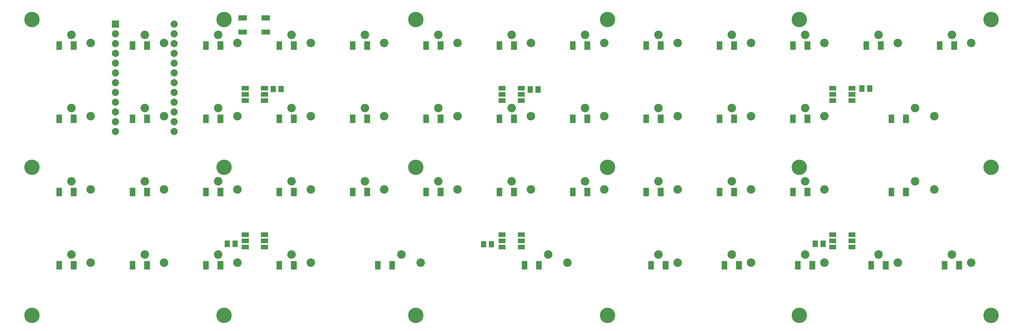
<source format=gbs>
G04 Layer: BottomSolderMaskLayer*
G04 EasyEDA v6.3.22, 2020-02-17T18:37:01+01:00*
G04 8ef9b12feb67497680a1b9269dc6658d,26ee6207a3b842de9ca16fdba9f4f307,10*
G04 Gerber Generator version 0.2*
G04 Scale: 100 percent, Rotated: No, Reflected: No *
G04 Dimensions in millimeters *
G04 leading zeros omitted , absolute positions ,3 integer and 3 decimal *
%FSLAX33Y33*%
%MOMM*%
G90*
G71D02*

%ADD26C,1.854200*%
%ADD28C,2.203196*%
%ADD29C,4.000017*%

%LPD*%
G54D26*
G01X24638Y50869D03*
G01X24638Y53409D03*
G01X24638Y55949D03*
G01X24638Y58489D03*
G01X24638Y61029D03*
G01X24638Y63569D03*
G01X24638Y66109D03*
G01X24638Y68649D03*
G01X24638Y71189D03*
G01X24638Y73729D03*
G01X24638Y76269D03*
G36*
G01X23710Y77881D02*
G01X23710Y79736D01*
G01X25565Y79736D01*
G01X25565Y77881D01*
G01X23710Y77881D01*
G37*
G01X39878Y78809D03*
G01X39878Y76269D03*
G01X39878Y73729D03*
G01X39878Y71189D03*
G01X39878Y68649D03*
G01X39878Y66109D03*
G01X39878Y63569D03*
G01X39878Y61029D03*
G01X39878Y58489D03*
G01X39878Y55949D03*
G01X39878Y53409D03*
G01X39878Y50869D03*
G54D28*
G01X13200Y75973D03*
G01X18200Y73874D03*
G01X32250Y75973D03*
G01X37250Y73874D03*
G01X51300Y75973D03*
G01X56300Y73874D03*
G01X70350Y75973D03*
G01X75350Y73874D03*
G01X89400Y75973D03*
G01X94400Y73874D03*
G01X108450Y75973D03*
G01X113450Y73874D03*
G01X127500Y75973D03*
G01X132500Y73874D03*
G01X146550Y75973D03*
G01X151550Y73874D03*
G01X165600Y75973D03*
G01X170600Y73874D03*
G01X184650Y75973D03*
G01X189650Y73874D03*
G01X203700Y75973D03*
G01X208700Y73874D03*
G01X222750Y75973D03*
G01X227750Y73874D03*
G01X241800Y75973D03*
G01X246800Y73874D03*
G01X13200Y56923D03*
G01X18200Y54824D03*
G01X32250Y56923D03*
G01X37250Y54824D03*
G01X51300Y56923D03*
G01X56300Y54824D03*
G01X70350Y56923D03*
G01X75350Y54824D03*
G01X89400Y56923D03*
G01X94400Y54824D03*
G01X108450Y56923D03*
G01X113450Y54824D03*
G01X127500Y56923D03*
G01X132500Y54824D03*
G01X146550Y56923D03*
G01X151550Y54824D03*
G01X165600Y56923D03*
G01X170600Y54824D03*
G01X184650Y56923D03*
G01X189650Y54824D03*
G01X203700Y56923D03*
G01X208700Y54824D03*
G01X13200Y37873D03*
G01X18200Y35774D03*
G01X32250Y37873D03*
G01X37250Y35774D03*
G01X51300Y37873D03*
G01X56300Y35774D03*
G01X70350Y37873D03*
G01X75350Y35774D03*
G01X89400Y37873D03*
G01X94400Y35774D03*
G01X108450Y37873D03*
G01X113450Y35774D03*
G01X127500Y37873D03*
G01X132500Y35774D03*
G01X146550Y37873D03*
G01X151550Y35774D03*
G01X165600Y37873D03*
G01X170600Y35774D03*
G01X184650Y37873D03*
G01X189650Y35774D03*
G01X203700Y37873D03*
G01X208700Y35774D03*
G01X13200Y18823D03*
G01X18200Y16724D03*
G01X32250Y18823D03*
G01X37250Y16724D03*
G01X51300Y18823D03*
G01X56300Y16724D03*
G01X70350Y18823D03*
G01X75350Y16724D03*
G01X165600Y18823D03*
G01X170600Y16724D03*
G01X184650Y18823D03*
G01X189650Y16724D03*
G01X203700Y18823D03*
G01X208700Y16724D03*
G01X222750Y18823D03*
G01X227750Y16724D03*
G01X241800Y18823D03*
G01X246800Y16724D03*
G01X232275Y56923D03*
G01X237275Y54824D03*
G01X232275Y37873D03*
G01X237275Y35774D03*
G01X98925Y18823D03*
G01X103925Y16724D03*
G01X137025Y18823D03*
G01X142025Y16724D03*
G54D29*
G01X2999Y80000D03*
G01X52798Y80000D03*
G01X102600Y80000D03*
G01X152400Y80000D03*
G01X202199Y80000D03*
G01X252001Y80000D03*
G01X2999Y41498D03*
G01X52798Y41498D03*
G01X102600Y41498D03*
G01X152400Y41498D03*
G01X202199Y41498D03*
G01X252001Y41498D03*
G01X2999Y3000D03*
G01X52798Y3000D03*
G01X102600Y3000D03*
G01X152400Y3000D03*
G01X202199Y3000D03*
G01X252001Y3000D03*
G36*
G01X242948Y14948D02*
G01X242948Y17150D01*
G01X244401Y17150D01*
G01X244401Y14948D01*
G01X242948Y14948D01*
G37*
G36*
G01X239199Y14948D02*
G01X239199Y17150D01*
G01X240652Y17150D01*
G01X240652Y14948D01*
G01X239199Y14948D01*
G37*
G36*
G01X223898Y14948D02*
G01X223898Y17150D01*
G01X225351Y17150D01*
G01X225351Y14948D01*
G01X223898Y14948D01*
G37*
G36*
G01X220149Y14948D02*
G01X220149Y17150D01*
G01X221602Y17150D01*
G01X221602Y14948D01*
G01X220149Y14948D01*
G37*
G36*
G01X204848Y14948D02*
G01X204848Y17150D01*
G01X206301Y17150D01*
G01X206301Y14948D01*
G01X204848Y14948D01*
G37*
G36*
G01X201099Y14948D02*
G01X201099Y17150D01*
G01X202552Y17150D01*
G01X202552Y14948D01*
G01X201099Y14948D01*
G37*
G36*
G01X185798Y14948D02*
G01X185798Y17150D01*
G01X187251Y17150D01*
G01X187251Y14948D01*
G01X185798Y14948D01*
G37*
G36*
G01X182049Y14948D02*
G01X182049Y17150D01*
G01X183502Y17150D01*
G01X183502Y14948D01*
G01X182049Y14948D01*
G37*
G36*
G01X166748Y14948D02*
G01X166748Y17150D01*
G01X168201Y17150D01*
G01X168201Y14948D01*
G01X166748Y14948D01*
G37*
G36*
G01X162999Y14948D02*
G01X162999Y17150D01*
G01X164452Y17150D01*
G01X164452Y14948D01*
G01X162999Y14948D01*
G37*
G36*
G01X133863Y14968D02*
G01X133863Y17173D01*
G01X135315Y17173D01*
G01X135315Y14968D01*
G01X133863Y14968D01*
G37*
G36*
G01X130114Y14968D02*
G01X130114Y17173D01*
G01X131566Y17173D01*
G01X131566Y14968D01*
G01X130114Y14968D01*
G37*
G36*
G01X95763Y14968D02*
G01X95763Y17173D01*
G01X97215Y17173D01*
G01X97215Y14968D01*
G01X95763Y14968D01*
G37*
G36*
G01X92014Y14968D02*
G01X92014Y17173D01*
G01X93466Y17173D01*
G01X93466Y14968D01*
G01X92014Y14968D01*
G37*
G36*
G01X70238Y14948D02*
G01X70238Y17150D01*
G01X71691Y17150D01*
G01X71691Y14948D01*
G01X70238Y14948D01*
G37*
G36*
G01X66489Y14948D02*
G01X66489Y17150D01*
G01X67942Y17150D01*
G01X67942Y14948D01*
G01X66489Y14948D01*
G37*
G36*
G01X51188Y14948D02*
G01X51188Y17150D01*
G01X52641Y17150D01*
G01X52641Y14948D01*
G01X51188Y14948D01*
G37*
G36*
G01X47439Y14948D02*
G01X47439Y17150D01*
G01X48892Y17150D01*
G01X48892Y14948D01*
G01X47439Y14948D01*
G37*
G36*
G01X32138Y14948D02*
G01X32138Y17150D01*
G01X33591Y17150D01*
G01X33591Y14948D01*
G01X32138Y14948D01*
G37*
G36*
G01X28389Y14948D02*
G01X28389Y17150D01*
G01X29842Y17150D01*
G01X29842Y14948D01*
G01X28389Y14948D01*
G37*
G36*
G01X13088Y14948D02*
G01X13088Y17150D01*
G01X14541Y17150D01*
G01X14541Y14948D01*
G01X13088Y14948D01*
G37*
G36*
G01X9339Y14948D02*
G01X9339Y17150D01*
G01X10792Y17150D01*
G01X10792Y14948D01*
G01X9339Y14948D01*
G37*
G36*
G01X229148Y33998D02*
G01X229148Y36200D01*
G01X230601Y36200D01*
G01X230601Y33998D01*
G01X229148Y33998D01*
G37*
G36*
G01X225399Y33998D02*
G01X225399Y36200D01*
G01X226852Y36200D01*
G01X226852Y33998D01*
G01X225399Y33998D01*
G37*
G36*
G01X203588Y33998D02*
G01X203588Y36200D01*
G01X205041Y36200D01*
G01X205041Y33998D01*
G01X203588Y33998D01*
G37*
G36*
G01X199839Y33998D02*
G01X199839Y36200D01*
G01X201292Y36200D01*
G01X201292Y33998D01*
G01X199839Y33998D01*
G37*
G36*
G01X184538Y33998D02*
G01X184538Y36200D01*
G01X185991Y36200D01*
G01X185991Y33998D01*
G01X184538Y33998D01*
G37*
G36*
G01X180789Y33998D02*
G01X180789Y36200D01*
G01X182242Y36200D01*
G01X182242Y33998D01*
G01X180789Y33998D01*
G37*
G36*
G01X165488Y33998D02*
G01X165488Y36200D01*
G01X166941Y36200D01*
G01X166941Y33998D01*
G01X165488Y33998D01*
G37*
G36*
G01X161739Y33998D02*
G01X161739Y36200D01*
G01X163192Y36200D01*
G01X163192Y33998D01*
G01X161739Y33998D01*
G37*
G36*
G01X146438Y33998D02*
G01X146438Y36200D01*
G01X147891Y36200D01*
G01X147891Y33998D01*
G01X146438Y33998D01*
G37*
G36*
G01X142689Y33998D02*
G01X142689Y36200D01*
G01X144142Y36200D01*
G01X144142Y33998D01*
G01X142689Y33998D01*
G37*
G36*
G01X127388Y33998D02*
G01X127388Y36200D01*
G01X128841Y36200D01*
G01X128841Y33998D01*
G01X127388Y33998D01*
G37*
G36*
G01X123639Y33998D02*
G01X123639Y36200D01*
G01X125092Y36200D01*
G01X125092Y33998D01*
G01X123639Y33998D01*
G37*
G36*
G01X108338Y33998D02*
G01X108338Y36200D01*
G01X109791Y36200D01*
G01X109791Y33998D01*
G01X108338Y33998D01*
G37*
G36*
G01X104589Y33998D02*
G01X104589Y36200D01*
G01X106042Y36200D01*
G01X106042Y33998D01*
G01X104589Y33998D01*
G37*
G36*
G01X89288Y33998D02*
G01X89288Y36200D01*
G01X90741Y36200D01*
G01X90741Y33998D01*
G01X89288Y33998D01*
G37*
G36*
G01X85539Y33998D02*
G01X85539Y36200D01*
G01X86992Y36200D01*
G01X86992Y33998D01*
G01X85539Y33998D01*
G37*
G36*
G01X70238Y33998D02*
G01X70238Y36200D01*
G01X71691Y36200D01*
G01X71691Y33998D01*
G01X70238Y33998D01*
G37*
G36*
G01X66489Y33998D02*
G01X66489Y36200D01*
G01X67942Y36200D01*
G01X67942Y33998D01*
G01X66489Y33998D01*
G37*
G36*
G01X51188Y33998D02*
G01X51188Y36200D01*
G01X52641Y36200D01*
G01X52641Y33998D01*
G01X51188Y33998D01*
G37*
G36*
G01X47439Y33998D02*
G01X47439Y36200D01*
G01X48892Y36200D01*
G01X48892Y33998D01*
G01X47439Y33998D01*
G37*
G36*
G01X32138Y33998D02*
G01X32138Y36200D01*
G01X33591Y36200D01*
G01X33591Y33998D01*
G01X32138Y33998D01*
G37*
G36*
G01X28389Y33998D02*
G01X28389Y36200D01*
G01X29842Y36200D01*
G01X29842Y33998D01*
G01X28389Y33998D01*
G37*
G36*
G01X13088Y33998D02*
G01X13088Y36200D01*
G01X14541Y36200D01*
G01X14541Y33998D01*
G01X13088Y33998D01*
G37*
G36*
G01X9339Y33998D02*
G01X9339Y36200D01*
G01X10792Y36200D01*
G01X10792Y33998D01*
G01X9339Y33998D01*
G37*
G36*
G01X229148Y53048D02*
G01X229148Y55250D01*
G01X230601Y55250D01*
G01X230601Y53048D01*
G01X229148Y53048D01*
G37*
G36*
G01X225399Y53048D02*
G01X225399Y55250D01*
G01X226852Y55250D01*
G01X226852Y53048D01*
G01X225399Y53048D01*
G37*
G36*
G01X203588Y53048D02*
G01X203588Y55250D01*
G01X205041Y55250D01*
G01X205041Y53048D01*
G01X203588Y53048D01*
G37*
G36*
G01X199839Y53048D02*
G01X199839Y55250D01*
G01X201292Y55250D01*
G01X201292Y53048D01*
G01X199839Y53048D01*
G37*
G36*
G01X184538Y53048D02*
G01X184538Y55250D01*
G01X185991Y55250D01*
G01X185991Y53048D01*
G01X184538Y53048D01*
G37*
G36*
G01X180789Y53048D02*
G01X180789Y55250D01*
G01X182242Y55250D01*
G01X182242Y53048D01*
G01X180789Y53048D01*
G37*
G36*
G01X165488Y53048D02*
G01X165488Y55250D01*
G01X166941Y55250D01*
G01X166941Y53048D01*
G01X165488Y53048D01*
G37*
G36*
G01X161739Y53048D02*
G01X161739Y55250D01*
G01X163192Y55250D01*
G01X163192Y53048D01*
G01X161739Y53048D01*
G37*
G36*
G01X146438Y53048D02*
G01X146438Y55250D01*
G01X147891Y55250D01*
G01X147891Y53048D01*
G01X146438Y53048D01*
G37*
G36*
G01X142689Y53048D02*
G01X142689Y55250D01*
G01X144142Y55250D01*
G01X144142Y53048D01*
G01X142689Y53048D01*
G37*
G36*
G01X127388Y53048D02*
G01X127388Y55250D01*
G01X128841Y55250D01*
G01X128841Y53048D01*
G01X127388Y53048D01*
G37*
G36*
G01X123639Y53048D02*
G01X123639Y55250D01*
G01X125092Y55250D01*
G01X125092Y53048D01*
G01X123639Y53048D01*
G37*
G36*
G01X108338Y53048D02*
G01X108338Y55250D01*
G01X109791Y55250D01*
G01X109791Y53048D01*
G01X108338Y53048D01*
G37*
G36*
G01X104589Y53048D02*
G01X104589Y55250D01*
G01X106042Y55250D01*
G01X106042Y53048D01*
G01X104589Y53048D01*
G37*
G36*
G01X89288Y53048D02*
G01X89288Y55250D01*
G01X90741Y55250D01*
G01X90741Y53048D01*
G01X89288Y53048D01*
G37*
G36*
G01X85539Y53048D02*
G01X85539Y55250D01*
G01X86992Y55250D01*
G01X86992Y53048D01*
G01X85539Y53048D01*
G37*
G36*
G01X70238Y53048D02*
G01X70238Y55250D01*
G01X71691Y55250D01*
G01X71691Y53048D01*
G01X70238Y53048D01*
G37*
G36*
G01X66489Y53048D02*
G01X66489Y55250D01*
G01X67942Y55250D01*
G01X67942Y53048D01*
G01X66489Y53048D01*
G37*
G36*
G01X51188Y53048D02*
G01X51188Y55250D01*
G01X52641Y55250D01*
G01X52641Y53048D01*
G01X51188Y53048D01*
G37*
G36*
G01X47439Y53048D02*
G01X47439Y55250D01*
G01X48892Y55250D01*
G01X48892Y53048D01*
G01X47439Y53048D01*
G37*
G36*
G01X32138Y53048D02*
G01X32138Y55250D01*
G01X33591Y55250D01*
G01X33591Y53048D01*
G01X32138Y53048D01*
G37*
G36*
G01X28389Y53048D02*
G01X28389Y55250D01*
G01X29842Y55250D01*
G01X29842Y53048D01*
G01X28389Y53048D01*
G37*
G36*
G01X13088Y53048D02*
G01X13088Y55250D01*
G01X14541Y55250D01*
G01X14541Y53048D01*
G01X13088Y53048D01*
G37*
G36*
G01X9339Y53048D02*
G01X9339Y55250D01*
G01X10792Y55250D01*
G01X10792Y53048D01*
G01X9339Y53048D01*
G37*
G36*
G01X241688Y72098D02*
G01X241688Y74300D01*
G01X243141Y74300D01*
G01X243141Y72098D01*
G01X241688Y72098D01*
G37*
G36*
G01X237939Y72098D02*
G01X237939Y74300D01*
G01X239392Y74300D01*
G01X239392Y72098D01*
G01X237939Y72098D01*
G37*
G36*
G01X222638Y72098D02*
G01X222638Y74300D01*
G01X224091Y74300D01*
G01X224091Y72098D01*
G01X222638Y72098D01*
G37*
G36*
G01X218889Y72098D02*
G01X218889Y74300D01*
G01X220342Y74300D01*
G01X220342Y72098D01*
G01X218889Y72098D01*
G37*
G36*
G01X203588Y72098D02*
G01X203588Y74300D01*
G01X205041Y74300D01*
G01X205041Y72098D01*
G01X203588Y72098D01*
G37*
G36*
G01X199839Y72098D02*
G01X199839Y74300D01*
G01X201292Y74300D01*
G01X201292Y72098D01*
G01X199839Y72098D01*
G37*
G36*
G01X184538Y72098D02*
G01X184538Y74300D01*
G01X185991Y74300D01*
G01X185991Y72098D01*
G01X184538Y72098D01*
G37*
G36*
G01X180789Y72098D02*
G01X180789Y74300D01*
G01X182242Y74300D01*
G01X182242Y72098D01*
G01X180789Y72098D01*
G37*
G36*
G01X165488Y72098D02*
G01X165488Y74300D01*
G01X166941Y74300D01*
G01X166941Y72098D01*
G01X165488Y72098D01*
G37*
G36*
G01X161739Y72098D02*
G01X161739Y74300D01*
G01X163192Y74300D01*
G01X163192Y72098D01*
G01X161739Y72098D01*
G37*
G36*
G01X146438Y72098D02*
G01X146438Y74300D01*
G01X147891Y74300D01*
G01X147891Y72098D01*
G01X146438Y72098D01*
G37*
G36*
G01X142689Y72098D02*
G01X142689Y74300D01*
G01X144142Y74300D01*
G01X144142Y72098D01*
G01X142689Y72098D01*
G37*
G36*
G01X127388Y72098D02*
G01X127388Y74300D01*
G01X128841Y74300D01*
G01X128841Y72098D01*
G01X127388Y72098D01*
G37*
G36*
G01X123639Y72098D02*
G01X123639Y74300D01*
G01X125092Y74300D01*
G01X125092Y72098D01*
G01X123639Y72098D01*
G37*
G36*
G01X108338Y72098D02*
G01X108338Y74300D01*
G01X109791Y74300D01*
G01X109791Y72098D01*
G01X108338Y72098D01*
G37*
G36*
G01X104589Y72098D02*
G01X104589Y74300D01*
G01X106042Y74300D01*
G01X106042Y72098D01*
G01X104589Y72098D01*
G37*
G36*
G01X89288Y72098D02*
G01X89288Y74300D01*
G01X90741Y74300D01*
G01X90741Y72098D01*
G01X89288Y72098D01*
G37*
G36*
G01X85539Y72098D02*
G01X85539Y74300D01*
G01X86992Y74300D01*
G01X86992Y72098D01*
G01X85539Y72098D01*
G37*
G36*
G01X70238Y72098D02*
G01X70238Y74300D01*
G01X71691Y74300D01*
G01X71691Y72098D01*
G01X70238Y72098D01*
G37*
G36*
G01X66489Y72098D02*
G01X66489Y74300D01*
G01X67942Y74300D01*
G01X67942Y72098D01*
G01X66489Y72098D01*
G37*
G36*
G01X51188Y72098D02*
G01X51188Y74300D01*
G01X52641Y74300D01*
G01X52641Y72098D01*
G01X51188Y72098D01*
G37*
G36*
G01X47439Y72098D02*
G01X47439Y74300D01*
G01X48892Y74300D01*
G01X48892Y72098D01*
G01X47439Y72098D01*
G37*
G36*
G01X32138Y72098D02*
G01X32138Y74300D01*
G01X33591Y74300D01*
G01X33591Y72098D01*
G01X32138Y72098D01*
G37*
G36*
G01X28389Y72098D02*
G01X28389Y74300D01*
G01X29842Y74300D01*
G01X29842Y72098D01*
G01X28389Y72098D01*
G37*
G36*
G01X13088Y72098D02*
G01X13088Y74300D01*
G01X14541Y74300D01*
G01X14541Y72098D01*
G01X13088Y72098D01*
G37*
G36*
G01X9339Y72098D02*
G01X9339Y74300D01*
G01X10792Y74300D01*
G01X10792Y72098D01*
G01X9339Y72098D01*
G37*
G36*
G01X57431Y23419D02*
G01X57431Y24623D01*
G01X59235Y24623D01*
G01X59235Y23419D01*
G01X57431Y23419D01*
G37*
G36*
G01X57431Y21819D02*
G01X57431Y23022D01*
G01X59235Y23022D01*
G01X59235Y21819D01*
G01X57431Y21819D01*
G37*
G36*
G01X57431Y20218D02*
G01X57431Y21422D01*
G01X59235Y21422D01*
G01X59235Y20218D01*
G01X57431Y20218D01*
G37*
G36*
G01X62430Y20218D02*
G01X62430Y21422D01*
G01X64234Y21422D01*
G01X64234Y20218D01*
G01X62430Y20218D01*
G37*
G36*
G01X62430Y21819D02*
G01X62430Y23022D01*
G01X64234Y23022D01*
G01X64234Y21819D01*
G01X62430Y21819D01*
G37*
G36*
G01X62430Y23419D02*
G01X62430Y24623D01*
G01X64234Y24623D01*
G01X64234Y23419D01*
G01X62430Y23419D01*
G37*
G36*
G01X124099Y23419D02*
G01X124099Y24620D01*
G01X125902Y24620D01*
G01X125902Y23419D01*
G01X124099Y23419D01*
G37*
G36*
G01X124099Y21819D02*
G01X124099Y23020D01*
G01X125902Y23020D01*
G01X125902Y21819D01*
G01X124099Y21819D01*
G37*
G36*
G01X124099Y20218D02*
G01X124099Y21422D01*
G01X125902Y21422D01*
G01X125902Y20218D01*
G01X124099Y20218D01*
G37*
G36*
G01X129098Y20218D02*
G01X129098Y21422D01*
G01X130901Y21422D01*
G01X130901Y20218D01*
G01X129098Y20218D01*
G37*
G36*
G01X129098Y21819D02*
G01X129098Y23020D01*
G01X130901Y23020D01*
G01X130901Y21819D01*
G01X129098Y21819D01*
G37*
G36*
G01X129098Y23419D02*
G01X129098Y24620D01*
G01X130901Y24620D01*
G01X130901Y23419D01*
G01X129098Y23419D01*
G37*
G36*
G01X209958Y23419D02*
G01X209958Y24623D01*
G01X211762Y24623D01*
G01X211762Y23419D01*
G01X209958Y23419D01*
G37*
G36*
G01X209958Y21819D02*
G01X209958Y23022D01*
G01X211762Y23022D01*
G01X211762Y21819D01*
G01X209958Y21819D01*
G37*
G36*
G01X209958Y20218D02*
G01X209958Y21422D01*
G01X211762Y21422D01*
G01X211762Y20218D01*
G01X209958Y20218D01*
G37*
G36*
G01X214957Y20218D02*
G01X214957Y21422D01*
G01X216761Y21422D01*
G01X216761Y20218D01*
G01X214957Y20218D01*
G37*
G36*
G01X214957Y21819D02*
G01X214957Y23022D01*
G01X216761Y23022D01*
G01X216761Y21819D01*
G01X214957Y21819D01*
G37*
G36*
G01X214957Y23419D02*
G01X214957Y24623D01*
G01X216761Y24623D01*
G01X216761Y23419D01*
G01X214957Y23419D01*
G37*
G36*
G01X214957Y58318D02*
G01X214957Y59522D01*
G01X216761Y59522D01*
G01X216761Y58318D01*
G01X214957Y58318D01*
G37*
G36*
G01X214957Y59919D02*
G01X214957Y61122D01*
G01X216761Y61122D01*
G01X216761Y59919D01*
G01X214957Y59919D01*
G37*
G36*
G01X214957Y61519D02*
G01X214957Y62723D01*
G01X216761Y62723D01*
G01X216761Y61519D01*
G01X214957Y61519D01*
G37*
G36*
G01X209958Y61519D02*
G01X209958Y62723D01*
G01X211762Y62723D01*
G01X211762Y61519D01*
G01X209958Y61519D01*
G37*
G36*
G01X209958Y59919D02*
G01X209958Y61122D01*
G01X211762Y61122D01*
G01X211762Y59919D01*
G01X209958Y59919D01*
G37*
G36*
G01X209958Y58318D02*
G01X209958Y59522D01*
G01X211762Y59522D01*
G01X211762Y58318D01*
G01X209958Y58318D01*
G37*
G36*
G01X129098Y58318D02*
G01X129098Y59522D01*
G01X130901Y59522D01*
G01X130901Y58318D01*
G01X129098Y58318D01*
G37*
G36*
G01X129098Y59919D02*
G01X129098Y61122D01*
G01X130901Y61122D01*
G01X130901Y59919D01*
G01X129098Y59919D01*
G37*
G36*
G01X129098Y61519D02*
G01X129098Y62723D01*
G01X130901Y62723D01*
G01X130901Y61519D01*
G01X129098Y61519D01*
G37*
G36*
G01X124099Y61519D02*
G01X124099Y62723D01*
G01X125902Y62723D01*
G01X125902Y61519D01*
G01X124099Y61519D01*
G37*
G36*
G01X124099Y59919D02*
G01X124099Y61122D01*
G01X125902Y61122D01*
G01X125902Y59919D01*
G01X124099Y59919D01*
G37*
G36*
G01X124099Y58318D02*
G01X124099Y59522D01*
G01X125902Y59522D01*
G01X125902Y58318D01*
G01X124099Y58318D01*
G37*
G36*
G01X62430Y58318D02*
G01X62430Y59522D01*
G01X64234Y59522D01*
G01X64234Y58318D01*
G01X62430Y58318D01*
G37*
G36*
G01X62430Y59919D02*
G01X62430Y61122D01*
G01X64234Y61122D01*
G01X64234Y59919D01*
G01X62430Y59919D01*
G37*
G36*
G01X62430Y61519D02*
G01X62430Y62723D01*
G01X64234Y62723D01*
G01X64234Y61519D01*
G01X62430Y61519D01*
G37*
G36*
G01X57431Y61519D02*
G01X57431Y62723D01*
G01X59235Y62723D01*
G01X59235Y61519D01*
G01X57431Y61519D01*
G37*
G36*
G01X57431Y59919D02*
G01X57431Y61122D01*
G01X59235Y61122D01*
G01X59235Y59919D01*
G01X57431Y59919D01*
G37*
G36*
G01X57431Y58318D02*
G01X57431Y59522D01*
G01X59235Y59522D01*
G01X59235Y58318D01*
G01X57431Y58318D01*
G37*
G36*
G01X56603Y76053D02*
G01X56603Y77356D01*
G01X58808Y77356D01*
G01X58808Y76053D01*
G01X56603Y76053D01*
G37*
G36*
G01X62603Y76053D02*
G01X62603Y77356D01*
G01X64808Y77356D01*
G01X64808Y76053D01*
G01X62603Y76053D01*
G37*
G36*
G01X56603Y79753D02*
G01X56603Y81056D01*
G01X58808Y81056D01*
G01X58808Y79753D01*
G01X56603Y79753D01*
G37*
G36*
G01X62603Y79753D02*
G01X62603Y81056D01*
G01X64808Y81056D01*
G01X64808Y79753D01*
G01X62603Y79753D01*
G37*
G36*
G01X67010Y61092D02*
G01X67010Y62743D01*
G01X68371Y62743D01*
G01X68371Y61092D01*
G01X67010Y61092D01*
G37*
G36*
G01X64978Y61092D02*
G01X64978Y62743D01*
G01X66339Y62743D01*
G01X66339Y61092D01*
G01X64978Y61092D01*
G37*
G36*
G01X53040Y20833D02*
G01X53040Y22484D01*
G01X54401Y22484D01*
G01X54401Y20833D01*
G01X53040Y20833D01*
G37*
G36*
G01X55072Y20833D02*
G01X55072Y22484D01*
G01X56433Y22484D01*
G01X56433Y20833D01*
G01X55072Y20833D01*
G37*
G36*
G01X119588Y20706D02*
G01X119588Y22357D01*
G01X120949Y22357D01*
G01X120949Y20706D01*
G01X119588Y20706D01*
G37*
G36*
G01X121620Y20706D02*
G01X121620Y22357D01*
G01X122981Y22357D01*
G01X122981Y20706D01*
G01X121620Y20706D01*
G37*
G36*
G01X205694Y20833D02*
G01X205694Y22484D01*
G01X207055Y22484D01*
G01X207055Y20833D01*
G01X205694Y20833D01*
G37*
G36*
G01X207726Y20833D02*
G01X207726Y22484D01*
G01X209087Y22484D01*
G01X209087Y20833D01*
G01X207726Y20833D01*
G37*
G36*
G01X219791Y61219D02*
G01X219791Y62870D01*
G01X221152Y62870D01*
G01X221152Y61219D01*
G01X219791Y61219D01*
G37*
G36*
G01X217759Y61219D02*
G01X217759Y62870D01*
G01X219120Y62870D01*
G01X219120Y61219D01*
G01X217759Y61219D01*
G37*
G36*
G01X133685Y60965D02*
G01X133685Y62616D01*
G01X135046Y62616D01*
G01X135046Y60965D01*
G01X133685Y60965D01*
G37*
G36*
G01X131653Y60965D02*
G01X131653Y62616D01*
G01X133014Y62616D01*
G01X133014Y60965D01*
G01X131653Y60965D01*
G37*
M00*
M02*

</source>
